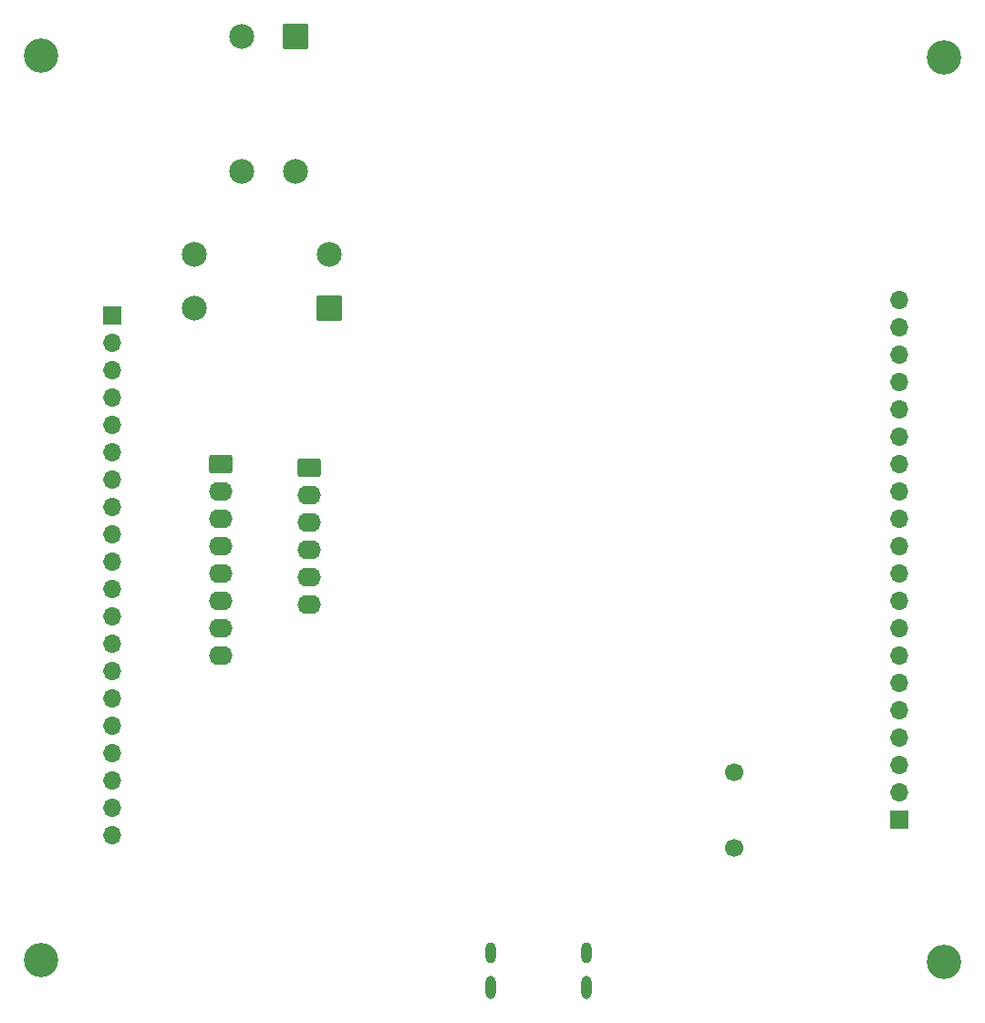
<source format=gbr>
G04 #@! TF.GenerationSoftware,KiCad,Pcbnew,8.0.8*
G04 #@! TF.CreationDate,2025-03-03T21:47:54-06:00*
G04 #@! TF.ProjectId,group13_esp,67726f75-7031-4335-9f65-73702e6b6963,rev?*
G04 #@! TF.SameCoordinates,Original*
G04 #@! TF.FileFunction,Soldermask,Bot*
G04 #@! TF.FilePolarity,Negative*
%FSLAX46Y46*%
G04 Gerber Fmt 4.6, Leading zero omitted, Abs format (unit mm)*
G04 Created by KiCad (PCBNEW 8.0.8) date 2025-03-03 21:47:54*
%MOMM*%
%LPD*%
G01*
G04 APERTURE LIST*
G04 Aperture macros list*
%AMRoundRect*
0 Rectangle with rounded corners*
0 $1 Rounding radius*
0 $2 $3 $4 $5 $6 $7 $8 $9 X,Y pos of 4 corners*
0 Add a 4 corners polygon primitive as box body*
4,1,4,$2,$3,$4,$5,$6,$7,$8,$9,$2,$3,0*
0 Add four circle primitives for the rounded corners*
1,1,$1+$1,$2,$3*
1,1,$1+$1,$4,$5*
1,1,$1+$1,$6,$7*
1,1,$1+$1,$8,$9*
0 Add four rect primitives between the rounded corners*
20,1,$1+$1,$2,$3,$4,$5,0*
20,1,$1+$1,$4,$5,$6,$7,0*
20,1,$1+$1,$6,$7,$8,$9,0*
20,1,$1+$1,$8,$9,$2,$3,0*%
G04 Aperture macros list end*
%ADD10C,3.200000*%
%ADD11O,0.950000X1.950000*%
%ADD12O,0.950000X2.150000*%
%ADD13R,1.700000X1.700000*%
%ADD14O,1.700000X1.700000*%
%ADD15RoundRect,0.250000X-0.845000X0.620000X-0.845000X-0.620000X0.845000X-0.620000X0.845000X0.620000X0*%
%ADD16O,2.190000X1.740000*%
%ADD17C,1.700000*%
%ADD18RoundRect,0.102000X-1.050000X1.050000X-1.050000X-1.050000X1.050000X-1.050000X1.050000X1.050000X0*%
%ADD19C,2.304000*%
%ADD20RoundRect,0.102000X1.050000X1.050000X-1.050000X1.050000X-1.050000X-1.050000X1.050000X-1.050000X0*%
G04 APERTURE END LIST*
D10*
X82804000Y-125021000D03*
D11*
X124587000Y-124308000D03*
D12*
X124587000Y-127508000D03*
D11*
X133487000Y-124308000D03*
D12*
X133487000Y-127508000D03*
D10*
X166677000Y-41148000D03*
D13*
X162500000Y-111980000D03*
D14*
X162500000Y-109440000D03*
X162500000Y-106900000D03*
X162500000Y-104360000D03*
X162500000Y-101820000D03*
X162500000Y-99280000D03*
X162500000Y-96740000D03*
X162500000Y-94200000D03*
X162500000Y-91660000D03*
X162500000Y-89120000D03*
X162500000Y-86580000D03*
X162500000Y-84040000D03*
X162500000Y-81500000D03*
X162500000Y-78960000D03*
X162500000Y-76420000D03*
X162500000Y-73880000D03*
X162500000Y-71340000D03*
X162500000Y-68800000D03*
X162500000Y-66260000D03*
X162500000Y-63720000D03*
D10*
X166677000Y-125148000D03*
X82804000Y-41021000D03*
D15*
X99500000Y-78960000D03*
D16*
X99500000Y-81500000D03*
X99500000Y-84040000D03*
X99500000Y-86580000D03*
X99500000Y-89120000D03*
X99500000Y-91660000D03*
X99500000Y-94200000D03*
X99500000Y-96740000D03*
D17*
X147200000Y-107600000D03*
X147200000Y-114600000D03*
D18*
X106500000Y-39250000D03*
D19*
X106500000Y-51750000D03*
X101500000Y-39250000D03*
X101500000Y-51750000D03*
D13*
X89472000Y-65159000D03*
D14*
X89472000Y-67699000D03*
X89472000Y-70239000D03*
X89472000Y-72779000D03*
X89472000Y-75319000D03*
X89472000Y-77859000D03*
X89472000Y-80399000D03*
X89472000Y-82939000D03*
X89472000Y-85479000D03*
X89472000Y-88019000D03*
X89472000Y-90559000D03*
X89472000Y-93099000D03*
X89472000Y-95639000D03*
X89472000Y-98179000D03*
X89472000Y-100719000D03*
X89472000Y-103259000D03*
X89472000Y-105799000D03*
X89472000Y-108339000D03*
X89472000Y-110879000D03*
X89472000Y-113419000D03*
D15*
X107750000Y-79250000D03*
D16*
X107750000Y-81790000D03*
X107750000Y-84330000D03*
X107750000Y-86870000D03*
X107750000Y-89410000D03*
X107750000Y-91950000D03*
D20*
X109575000Y-64500000D03*
D19*
X97075000Y-64500000D03*
X109575000Y-59500000D03*
X97075000Y-59500000D03*
M02*

</source>
